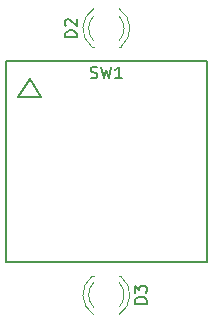
<source format=gbr>
%TF.GenerationSoftware,KiCad,Pcbnew,(5.1.10)-1*%
%TF.CreationDate,2021-07-06T18:58:15-04:00*%
%TF.ProjectId,button_mount,62757474-6f6e-45f6-9d6f-756e742e6b69,rev?*%
%TF.SameCoordinates,Original*%
%TF.FileFunction,Legend,Top*%
%TF.FilePolarity,Positive*%
%FSLAX46Y46*%
G04 Gerber Fmt 4.6, Leading zero omitted, Abs format (unit mm)*
G04 Created by KiCad (PCBNEW (5.1.10)-1) date 2021-07-06 18:58:15*
%MOMM*%
%LPD*%
G01*
G04 APERTURE LIST*
%ADD10C,0.150000*%
%ADD11C,0.120000*%
G04 APERTURE END LIST*
D10*
%TO.C,SW1*%
X112356000Y-83400000D02*
X111356000Y-81900000D01*
X110356000Y-83400000D02*
X112356000Y-83400000D01*
X111356000Y-81900000D02*
X110356000Y-83400000D01*
X109356000Y-97400000D02*
X109356000Y-80400000D01*
X126356000Y-97400000D02*
X109356000Y-97400000D01*
X126356000Y-80400000D02*
X126356000Y-97400000D01*
X109356000Y-80400000D02*
X126356000Y-80400000D01*
D11*
%TO.C,D3*%
X119092000Y-98617600D02*
X118936000Y-98617600D01*
X116776000Y-98617600D02*
X116620000Y-98617600D01*
X118934608Y-101849935D02*
G75*
G03*
X119091516Y-98617600I-1078608J1672335D01*
G01*
X116777392Y-101849935D02*
G75*
G02*
X116620484Y-98617600I1078608J1672335D01*
G01*
X118935837Y-101218730D02*
G75*
G03*
X118936000Y-99136639I-1079837J1041130D01*
G01*
X116776163Y-101218730D02*
G75*
G02*
X116776000Y-99136639I1079837J1041130D01*
G01*
%TO.C,D2*%
X116620000Y-79182400D02*
X116776000Y-79182400D01*
X118936000Y-79182400D02*
X119092000Y-79182400D01*
X116777392Y-75950065D02*
G75*
G03*
X116620484Y-79182400I1078608J-1672335D01*
G01*
X118934608Y-75950065D02*
G75*
G02*
X119091516Y-79182400I-1078608J-1672335D01*
G01*
X116776163Y-76581270D02*
G75*
G03*
X116776000Y-78663361I1079837J-1041130D01*
G01*
X118935837Y-76581270D02*
G75*
G02*
X118936000Y-78663361I-1079837J-1041130D01*
G01*
%TO.C,SW1*%
D10*
X116522666Y-81804761D02*
X116665523Y-81852380D01*
X116903619Y-81852380D01*
X116998857Y-81804761D01*
X117046476Y-81757142D01*
X117094095Y-81661904D01*
X117094095Y-81566666D01*
X117046476Y-81471428D01*
X116998857Y-81423809D01*
X116903619Y-81376190D01*
X116713142Y-81328571D01*
X116617904Y-81280952D01*
X116570285Y-81233333D01*
X116522666Y-81138095D01*
X116522666Y-81042857D01*
X116570285Y-80947619D01*
X116617904Y-80900000D01*
X116713142Y-80852380D01*
X116951238Y-80852380D01*
X117094095Y-80900000D01*
X117427428Y-80852380D02*
X117665523Y-81852380D01*
X117856000Y-81138095D01*
X118046476Y-81852380D01*
X118284571Y-80852380D01*
X119189333Y-81852380D02*
X118617904Y-81852380D01*
X118903619Y-81852380D02*
X118903619Y-80852380D01*
X118808380Y-80995238D01*
X118713142Y-81090476D01*
X118617904Y-81138095D01*
%TO.C,D3*%
X121268380Y-100915695D02*
X120268380Y-100915695D01*
X120268380Y-100677600D01*
X120316000Y-100534742D01*
X120411238Y-100439504D01*
X120506476Y-100391885D01*
X120696952Y-100344266D01*
X120839809Y-100344266D01*
X121030285Y-100391885D01*
X121125523Y-100439504D01*
X121220761Y-100534742D01*
X121268380Y-100677600D01*
X121268380Y-100915695D01*
X120268380Y-100010933D02*
X120268380Y-99391885D01*
X120649333Y-99725219D01*
X120649333Y-99582361D01*
X120696952Y-99487123D01*
X120744571Y-99439504D01*
X120839809Y-99391885D01*
X121077904Y-99391885D01*
X121173142Y-99439504D01*
X121220761Y-99487123D01*
X121268380Y-99582361D01*
X121268380Y-99868076D01*
X121220761Y-99963314D01*
X121173142Y-100010933D01*
%TO.C,D2*%
X115348380Y-78360495D02*
X114348380Y-78360495D01*
X114348380Y-78122400D01*
X114396000Y-77979542D01*
X114491238Y-77884304D01*
X114586476Y-77836685D01*
X114776952Y-77789066D01*
X114919809Y-77789066D01*
X115110285Y-77836685D01*
X115205523Y-77884304D01*
X115300761Y-77979542D01*
X115348380Y-78122400D01*
X115348380Y-78360495D01*
X114443619Y-77408114D02*
X114396000Y-77360495D01*
X114348380Y-77265257D01*
X114348380Y-77027161D01*
X114396000Y-76931923D01*
X114443619Y-76884304D01*
X114538857Y-76836685D01*
X114634095Y-76836685D01*
X114776952Y-76884304D01*
X115348380Y-77455733D01*
X115348380Y-76836685D01*
%TD*%
M02*

</source>
